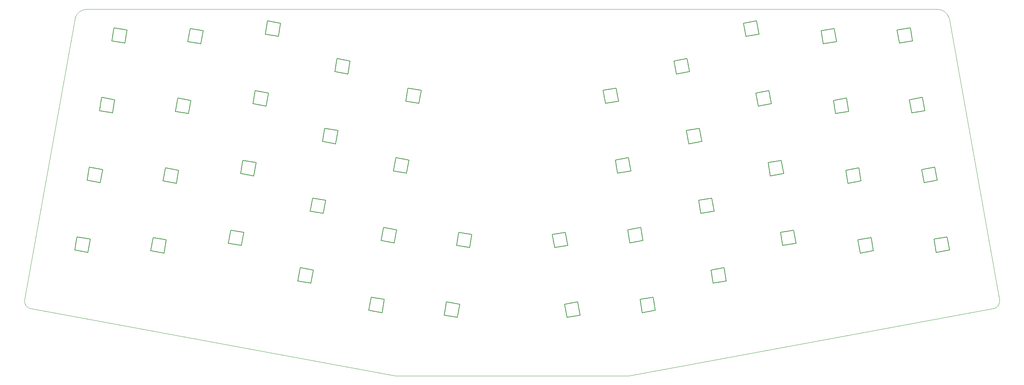
<source format=gbr>
%TF.GenerationSoftware,KiCad,Pcbnew,(5.1.10)-1*%
%TF.CreationDate,2021-10-03T17:33:34-06:00*%
%TF.ProjectId,VColMX44,56436f6c-4d58-4343-942e-6b696361645f,rev?*%
%TF.SameCoordinates,Original*%
%TF.FileFunction,Profile,NP*%
%FSLAX46Y46*%
G04 Gerber Fmt 4.6, Leading zero omitted, Abs format (unit mm)*
G04 Created by KiCad (PCBNEW (5.1.10)-1) date 2021-10-03 17:33:34*
%MOMM*%
%LPD*%
G01*
G04 APERTURE LIST*
%TA.AperFunction,Profile*%
%ADD10C,0.050000*%
%TD*%
%TA.AperFunction,Profile*%
%ADD11C,0.150000*%
%TD*%
G04 APERTURE END LIST*
D10*
X266999998Y-130000000D02*
G75*
G02*
X265894426Y-131788853I-1999998J0D01*
G01*
X252000001Y-60000001D02*
G75*
G02*
X254846049Y-62051318I-1J-2999999D01*
G01*
X34105573Y-131788854D02*
G75*
G02*
X33000000Y-130000000I894427J1788854D01*
G01*
X45153950Y-62051317D02*
G75*
G02*
X48000000Y-60000000I2846050J-948683D01*
G01*
X45153950Y-62051317D02*
X33000000Y-130000000D01*
X122000000Y-148000000D02*
X178000000Y-148000000D01*
X48000000Y-60000000D02*
X252000000Y-60000000D01*
X34105573Y-131788854D02*
X122000000Y-148000000D01*
X178000000Y-148000000D02*
X265894427Y-131788854D01*
X254846050Y-62051317D02*
X267000000Y-130000000D01*
D11*
%TO.C,U30*%
X195304998Y-109025933D02*
X198456383Y-108470259D01*
X198456383Y-108470259D02*
X197900709Y-105318874D01*
X197900709Y-105318874D02*
X194749324Y-105874548D01*
X195304998Y-109025933D02*
X194749324Y-105874548D01*
%TO.C,U41*%
X198256998Y-125767933D02*
X201408383Y-125212259D01*
X201408383Y-125212259D02*
X200852709Y-122060874D01*
X200852709Y-122060874D02*
X197701324Y-122616548D01*
X198256998Y-125767933D02*
X197701324Y-122616548D01*
%TO.C,U19*%
X192352998Y-92284733D02*
X195504383Y-91729059D01*
X195504383Y-91729059D02*
X194948709Y-88577674D01*
X194948709Y-88577674D02*
X191797324Y-89133348D01*
X192352998Y-92284733D02*
X191797324Y-89133348D01*
%TO.C,U8*%
X189400998Y-75542933D02*
X192552383Y-74987259D01*
X192552383Y-74987259D02*
X191996709Y-71835874D01*
X191996709Y-71835874D02*
X188845324Y-72391548D01*
X189400998Y-75542933D02*
X188845324Y-72391548D01*
%TO.C,U40*%
X181224998Y-132832933D02*
X184376383Y-132277259D01*
X184376383Y-132277259D02*
X183820709Y-129125874D01*
X183820709Y-129125874D02*
X180669324Y-129681548D01*
X181224998Y-132832933D02*
X180669324Y-129681548D01*
%TO.C,U29*%
X178272998Y-116090933D02*
X181424383Y-115535259D01*
X181424383Y-115535259D02*
X180868709Y-112383874D01*
X180868709Y-112383874D02*
X177717324Y-112939548D01*
X178272998Y-116090933D02*
X177717324Y-112939548D01*
%TO.C,U28*%
X160198998Y-117246933D02*
X163350383Y-116691259D01*
X163350383Y-116691259D02*
X162794709Y-113539874D01*
X162794709Y-113539874D02*
X159643324Y-114095548D01*
X160198998Y-117246933D02*
X159643324Y-114095548D01*
%TO.C,U39*%
X163150998Y-133988933D02*
X166302383Y-133433259D01*
X166302383Y-133433259D02*
X165746709Y-130281874D01*
X165746709Y-130281874D02*
X162595324Y-130837548D01*
X163150998Y-133988933D02*
X162595324Y-130837548D01*
%TO.C,U2*%
X72168017Y-67751159D02*
X75319402Y-68306833D01*
X75319402Y-68306833D02*
X75875076Y-65155448D01*
X75875076Y-65155448D02*
X72723691Y-64599774D01*
X72168017Y-67751159D02*
X72723691Y-64599774D01*
%TO.C,U1*%
X53920617Y-67579859D02*
X57072002Y-68135533D01*
X57072002Y-68135533D02*
X57627676Y-64984148D01*
X57627676Y-64984148D02*
X54476291Y-64428474D01*
X53920617Y-67579859D02*
X54476291Y-64428474D01*
%TO.C,U44*%
X251783998Y-118360933D02*
X254935383Y-117805259D01*
X254935383Y-117805259D02*
X254379709Y-114653874D01*
X254379709Y-114653874D02*
X251228324Y-115209548D01*
X251783998Y-118360933D02*
X251228324Y-115209548D01*
%TO.C,U43*%
X233536998Y-118531933D02*
X236688383Y-117976259D01*
X236688383Y-117976259D02*
X236132709Y-114824874D01*
X236132709Y-114824874D02*
X232981324Y-115380548D01*
X233536998Y-118531933D02*
X232981324Y-115380548D01*
%TO.C,U42*%
X214941998Y-116733933D02*
X218093383Y-116178259D01*
X218093383Y-116178259D02*
X217537709Y-113026874D01*
X217537709Y-113026874D02*
X214386324Y-113582548D01*
X214941998Y-116733933D02*
X214386324Y-113582548D01*
%TO.C,U38*%
X115623617Y-132277259D02*
X118775002Y-132832933D01*
X118775002Y-132832933D02*
X119330676Y-129681548D01*
X119330676Y-129681548D02*
X116179291Y-129125874D01*
X115623617Y-132277259D02*
X116179291Y-129125874D01*
%TO.C,U37*%
X98591417Y-125212259D02*
X101742802Y-125767933D01*
X101742802Y-125767933D02*
X102298476Y-122616548D01*
X102298476Y-122616548D02*
X99147091Y-122060874D01*
X98591417Y-125212259D02*
X99147091Y-122060874D01*
%TO.C,U36*%
X81906817Y-116178259D02*
X85058202Y-116733933D01*
X85058202Y-116733933D02*
X85613876Y-113582548D01*
X85613876Y-113582548D02*
X82462491Y-113026874D01*
X81906817Y-116178259D02*
X82462491Y-113026874D01*
%TO.C,U35*%
X63312017Y-117976259D02*
X66463402Y-118531933D01*
X66463402Y-118531933D02*
X67019076Y-115380548D01*
X67019076Y-115380548D02*
X63867691Y-114824874D01*
X63312017Y-117976259D02*
X63867691Y-114824874D01*
%TO.C,U34*%
X45064517Y-117805259D02*
X48215902Y-118360933D01*
X48215902Y-118360933D02*
X48771576Y-115209548D01*
X48771576Y-115209548D02*
X45620191Y-114653874D01*
X45064517Y-117805259D02*
X45620191Y-114653874D01*
%TO.C,U33*%
X248831998Y-101618933D02*
X251983383Y-101063259D01*
X251983383Y-101063259D02*
X251427709Y-97911874D01*
X251427709Y-97911874D02*
X248276324Y-98467548D01*
X248831998Y-101618933D02*
X248276324Y-98467548D01*
%TO.C,U32*%
X230584998Y-101789933D02*
X233736383Y-101234259D01*
X233736383Y-101234259D02*
X233180709Y-98082874D01*
X233180709Y-98082874D02*
X230029324Y-98638548D01*
X230584998Y-101789933D02*
X230029324Y-98638548D01*
%TO.C,U31*%
X211989998Y-99991933D02*
X215141383Y-99436259D01*
X215141383Y-99436259D02*
X214585709Y-96284874D01*
X214585709Y-96284874D02*
X211434324Y-96840548D01*
X211989998Y-99991933D02*
X211434324Y-96840548D01*
%TO.C,U27*%
X118575617Y-115535259D02*
X121727002Y-116090933D01*
X121727002Y-116090933D02*
X122282676Y-112939548D01*
X122282676Y-112939548D02*
X119131291Y-112383874D01*
X118575617Y-115535259D02*
X119131291Y-112383874D01*
%TO.C,U26*%
X101543617Y-108470259D02*
X104695002Y-109025933D01*
X104695002Y-109025933D02*
X105250676Y-105874548D01*
X105250676Y-105874548D02*
X102099291Y-105318874D01*
X101543617Y-108470259D02*
X102099291Y-105318874D01*
%TO.C,U25*%
X84858817Y-99436259D02*
X88010202Y-99991933D01*
X88010202Y-99991933D02*
X88565876Y-96840548D01*
X88565876Y-96840548D02*
X85414491Y-96284874D01*
X84858817Y-99436259D02*
X85414491Y-96284874D01*
%TO.C,U24*%
X66264017Y-101234259D02*
X69415402Y-101789933D01*
X69415402Y-101789933D02*
X69971076Y-98638548D01*
X69971076Y-98638548D02*
X66819691Y-98082874D01*
X66264017Y-101234259D02*
X66819691Y-98082874D01*
%TO.C,U23*%
X48016517Y-101063259D02*
X51167902Y-101618933D01*
X51167902Y-101618933D02*
X51723576Y-98467548D01*
X51723576Y-98467548D02*
X48572191Y-97911874D01*
X48016517Y-101063259D02*
X48572191Y-97911874D01*
%TO.C,U22*%
X245879998Y-84877333D02*
X249031383Y-84321659D01*
X249031383Y-84321659D02*
X248475709Y-81170274D01*
X248475709Y-81170274D02*
X245324324Y-81725948D01*
X245879998Y-84877333D02*
X245324324Y-81725948D01*
%TO.C,U21*%
X227632998Y-85048533D02*
X230784383Y-84492859D01*
X230784383Y-84492859D02*
X230228709Y-81341474D01*
X230228709Y-81341474D02*
X227077324Y-81897148D01*
X227632998Y-85048533D02*
X227077324Y-81897148D01*
%TO.C,U20*%
X209037998Y-83250233D02*
X212189383Y-82694559D01*
X212189383Y-82694559D02*
X211633709Y-79543174D01*
X211633709Y-79543174D02*
X208482324Y-80098848D01*
X209037998Y-83250233D02*
X208482324Y-80098848D01*
%TO.C,U18*%
X175320998Y-99349933D02*
X178472383Y-98794259D01*
X178472383Y-98794259D02*
X177916709Y-95642874D01*
X177916709Y-95642874D02*
X174765324Y-96198548D01*
X175320998Y-99349933D02*
X174765324Y-96198548D01*
%TO.C,U17*%
X133697617Y-133433259D02*
X136849002Y-133988933D01*
X136849002Y-133988933D02*
X137404676Y-130837548D01*
X137404676Y-130837548D02*
X134253291Y-130281874D01*
X133697617Y-133433259D02*
X134253291Y-130281874D01*
%TO.C,U16*%
X121527617Y-98794259D02*
X124679002Y-99349933D01*
X124679002Y-99349933D02*
X125234676Y-96198548D01*
X125234676Y-96198548D02*
X122083291Y-95642874D01*
X121527617Y-98794259D02*
X122083291Y-95642874D01*
%TO.C,U15*%
X104495617Y-91729059D02*
X107647002Y-92284733D01*
X107647002Y-92284733D02*
X108202676Y-89133348D01*
X108202676Y-89133348D02*
X105051291Y-88577674D01*
X104495617Y-91729059D02*
X105051291Y-88577674D01*
%TO.C,U14*%
X87810817Y-82694559D02*
X90962202Y-83250233D01*
X90962202Y-83250233D02*
X91517876Y-80098848D01*
X91517876Y-80098848D02*
X88366491Y-79543174D01*
X87810817Y-82694559D02*
X88366491Y-79543174D01*
%TO.C,U13*%
X69216017Y-84492859D02*
X72367402Y-85048533D01*
X72367402Y-85048533D02*
X72923076Y-81897148D01*
X72923076Y-81897148D02*
X69771691Y-81341474D01*
X69216017Y-84492859D02*
X69771691Y-81341474D01*
%TO.C,U12*%
X50968517Y-84321659D02*
X54119902Y-84877333D01*
X54119902Y-84877333D02*
X54675576Y-81725948D01*
X54675576Y-81725948D02*
X51524191Y-81170274D01*
X50968517Y-84321659D02*
X51524191Y-81170274D01*
%TO.C,U11*%
X242927998Y-68135533D02*
X246079383Y-67579859D01*
X246079383Y-67579859D02*
X245523709Y-64428474D01*
X245523709Y-64428474D02*
X242372324Y-64984148D01*
X242927998Y-68135533D02*
X242372324Y-64984148D01*
%TO.C,U10*%
X224680998Y-68306833D02*
X227832383Y-67751159D01*
X227832383Y-67751159D02*
X227276709Y-64599774D01*
X227276709Y-64599774D02*
X224125324Y-65155448D01*
X224680998Y-68306833D02*
X224125324Y-65155448D01*
%TO.C,U9*%
X206085998Y-66508433D02*
X209237383Y-65952759D01*
X209237383Y-65952759D02*
X208681709Y-62801374D01*
X208681709Y-62801374D02*
X205530324Y-63357048D01*
X206085998Y-66508433D02*
X205530324Y-63357048D01*
%TO.C,U7*%
X172368998Y-82607833D02*
X175520383Y-82052159D01*
X175520383Y-82052159D02*
X174964709Y-78900774D01*
X174964709Y-78900774D02*
X171813324Y-79456448D01*
X172368998Y-82607833D02*
X171813324Y-79456448D01*
%TO.C,U6*%
X136649617Y-116691259D02*
X139801002Y-117246933D01*
X139801002Y-117246933D02*
X140356676Y-114095548D01*
X140356676Y-114095548D02*
X137205291Y-113539874D01*
X136649617Y-116691259D02*
X137205291Y-113539874D01*
%TO.C,U5*%
X124479617Y-82052159D02*
X127631002Y-82607833D01*
X127631002Y-82607833D02*
X128186676Y-79456448D01*
X128186676Y-79456448D02*
X125035291Y-78900774D01*
X124479617Y-82052159D02*
X125035291Y-78900774D01*
%TO.C,U4*%
X107447617Y-74987259D02*
X110599002Y-75542933D01*
X110599002Y-75542933D02*
X111154676Y-72391548D01*
X111154676Y-72391548D02*
X108003291Y-71835874D01*
X107447617Y-74987259D02*
X108003291Y-71835874D01*
%TO.C,U3*%
X90762817Y-65952759D02*
X93914202Y-66508433D01*
X93914202Y-66508433D02*
X94469876Y-63357048D01*
X94469876Y-63357048D02*
X91318491Y-62801374D01*
X90762817Y-65952759D02*
X91318491Y-62801374D01*
%TD*%
M02*

</source>
